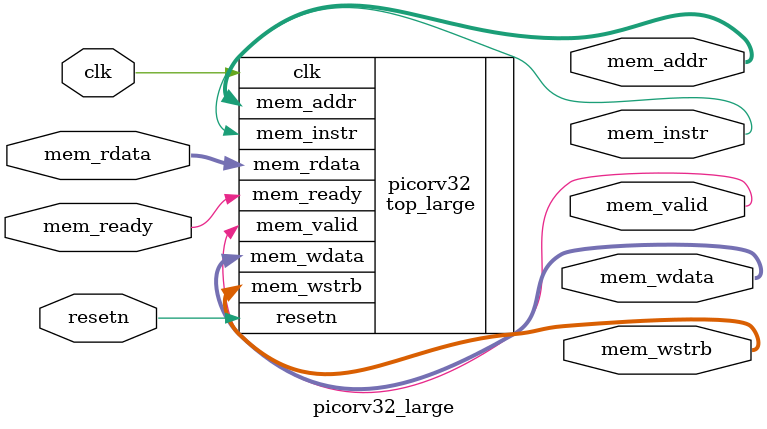
<source format=v>
module picorv32_large (
    input clk, resetn,

    output        mem_valid,
    output        mem_instr,
    input         mem_ready,

    output [31:0] mem_addr,
    output [31:0] mem_wdata,
    output [ 3:0] mem_wstrb,
    input  [31:0] mem_rdata
);
    top_large picorv32(
        .clk      (clk      ),
        .resetn   (resetn   ),
        .mem_valid(mem_valid),
        .mem_instr(mem_instr),
        .mem_ready(mem_ready),
        .mem_addr (mem_addr ),
        .mem_wdata(mem_wdata),
        .mem_wstrb(mem_wstrb),
        .mem_rdata(mem_rdata)
    );
endmodule

`include "synth_area_top.vh"
`include "picorv32.vh"

</source>
